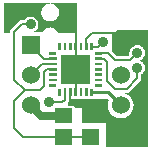
<source format=gbr>
G04 start of page 2 for group 0 idx 0 *
G04 Title: (unknown), component *
G04 Creator: pcb 20110918 *
G04 CreationDate: Thu 27 Mar 2014 04:48:04 PM GMT UTC *
G04 For: railfan *
G04 Format: Gerber/RS-274X *
G04 PCB-Dimensions: 50000 50000 *
G04 PCB-Coordinate-Origin: lower left *
%MOIN*%
%FSLAX25Y25*%
%LNTOP*%
%ADD21C,0.0390*%
%ADD20C,0.0380*%
%ADD19C,0.0200*%
%ADD18C,0.0360*%
%ADD17R,0.0512X0.0512*%
%ADD16R,0.0087X0.0087*%
%ADD15C,0.0600*%
%ADD14C,0.0100*%
%ADD13C,0.0250*%
%ADD12C,0.0080*%
%ADD11C,0.0001*%
G54D11*G36*
X22858Y17000D02*X34500D01*
Y14000D01*
X24745D01*
X24745Y14228D01*
X24715Y14350D01*
X24667Y14466D01*
X24601Y14574D01*
X24519Y14669D01*
X24424Y14751D01*
X24316Y14817D01*
X24200Y14865D01*
X24078Y14895D01*
X23952Y14902D01*
X22500Y14900D01*
Y16023D01*
X22593Y16131D01*
X22593Y16132D01*
X22708Y16319D01*
X22793Y16523D01*
X22844Y16737D01*
X22861Y16957D01*
X22858Y17000D01*
G37*
G36*
X27000Y9000D02*Y17000D01*
X35879D01*
X36088Y16791D01*
X35898Y16333D01*
X35740Y15675D01*
X35687Y15000D01*
X35740Y14325D01*
X35898Y13667D01*
X36157Y13042D01*
X36510Y12465D01*
X36950Y11950D01*
X37465Y11510D01*
X38042Y11157D01*
X38667Y10898D01*
X39325Y10740D01*
X40000Y10687D01*
X40675Y10740D01*
X41333Y10898D01*
X41958Y11157D01*
X42535Y11510D01*
X43050Y11950D01*
X43490Y12465D01*
X43843Y13042D01*
X44102Y13667D01*
X44260Y14325D01*
X44300Y15000D01*
X44260Y15675D01*
X44102Y16333D01*
X43843Y16958D01*
X43818Y17000D01*
X49000D01*
Y9000D01*
X27000D01*
G37*
G36*
X37000Y38000D02*X43000D01*
Y33224D01*
X42924Y32908D01*
X42892Y32500D01*
X42924Y32092D01*
X42960Y31940D01*
X42420Y31400D01*
X38580D01*
X37000Y32980D01*
Y38000D01*
G37*
G36*
X49000Y39000D02*Y9000D01*
X40000D01*
Y10687D01*
X40675Y10740D01*
X41333Y10898D01*
X41958Y11157D01*
X42535Y11510D01*
X43050Y11950D01*
X43490Y12465D01*
X43843Y13042D01*
X44102Y13667D01*
X44260Y14325D01*
X44300Y15000D01*
X44260Y15675D01*
X44102Y16333D01*
X43843Y16958D01*
X43490Y17535D01*
X43050Y18050D01*
X42535Y18490D01*
X41958Y18843D01*
X41338Y19100D01*
X41945D01*
X42000Y19096D01*
X42220Y19113D01*
X42434Y19164D01*
X42638Y19249D01*
X42825Y19364D01*
X42993Y19507D01*
X43029Y19549D01*
X46451Y22971D01*
X46493Y23007D01*
X46636Y23174D01*
X46636Y23175D01*
X46751Y23362D01*
X46836Y23566D01*
X46887Y23780D01*
X46904Y24000D01*
X46900Y24055D01*
Y25309D01*
X47033Y25390D01*
X47344Y25656D01*
X47610Y25967D01*
X47824Y26316D01*
X47980Y26694D01*
X48076Y27092D01*
X48100Y27500D01*
X48076Y27908D01*
X47980Y28306D01*
X47824Y28684D01*
X47610Y29033D01*
X47344Y29344D01*
X47033Y29610D01*
X46684Y29824D01*
X46306Y29980D01*
X46224Y30000D01*
X46306Y30020D01*
X46684Y30176D01*
X47033Y30390D01*
X47344Y30656D01*
X47610Y30967D01*
X47824Y31316D01*
X47980Y31694D01*
X48076Y32092D01*
X48100Y32500D01*
X48076Y32908D01*
X47980Y33306D01*
X47824Y33684D01*
X47610Y34033D01*
X47344Y34344D01*
X47033Y34610D01*
X46684Y34824D01*
X46306Y34980D01*
X45908Y35076D01*
X45500Y35108D01*
X45092Y35076D01*
X44694Y34980D01*
X44316Y34824D01*
X43967Y34610D01*
X43656Y34344D01*
X43390Y34033D01*
X43176Y33684D01*
X43020Y33306D01*
X42924Y32908D01*
X42892Y32500D01*
X42924Y32092D01*
X42960Y31940D01*
X42420Y31400D01*
X40000D01*
Y39000D01*
X49000D01*
G37*
G36*
Y15000D02*Y1000D01*
X35000D01*
Y15000D01*
X35687D01*
X35740Y14325D01*
X35898Y13667D01*
X36157Y13042D01*
X36510Y12465D01*
X36950Y11950D01*
X37465Y11510D01*
X38042Y11157D01*
X38667Y10898D01*
X39325Y10740D01*
X40000Y10687D01*
X40675Y10740D01*
X41333Y10898D01*
X41958Y11157D01*
X42535Y11510D01*
X43050Y11950D01*
X43490Y12465D01*
X43843Y13042D01*
X44102Y13667D01*
X44260Y14325D01*
X44300Y15000D01*
X49000D01*
G37*
G36*
Y40000D02*Y35000D01*
X46224D01*
X45908Y35076D01*
X45500Y35108D01*
X45092Y35076D01*
X44776Y35000D01*
X37000D01*
Y39086D01*
X37414Y39186D01*
X37843Y39363D01*
X38239Y39606D01*
X38592Y39908D01*
X38671Y40000D01*
X49000D01*
G37*
G36*
X16495Y49000D02*X25500D01*
Y39000D01*
X19279D01*
X19137Y39343D01*
X18894Y39739D01*
X18592Y40092D01*
X18239Y40394D01*
X17843Y40637D01*
X17414Y40814D01*
X16963Y40923D01*
X16500Y40959D01*
X16495Y40959D01*
Y43041D01*
X16500Y43041D01*
X16963Y43077D01*
X17414Y43186D01*
X17843Y43363D01*
X18239Y43606D01*
X18592Y43908D01*
X18894Y44261D01*
X19137Y44657D01*
X19314Y45086D01*
X19423Y45537D01*
X19450Y46000D01*
X19423Y46463D01*
X19314Y46914D01*
X19137Y47343D01*
X18894Y47739D01*
X18592Y48092D01*
X18239Y48394D01*
X17843Y48637D01*
X17414Y48814D01*
X16963Y48923D01*
X16500Y48959D01*
X16495Y48959D01*
Y49000D01*
G37*
G36*
X1000D02*X16495D01*
Y48959D01*
X16037Y48923D01*
X15586Y48814D01*
X15157Y48637D01*
X14761Y48394D01*
X14408Y48092D01*
X14106Y47739D01*
X13863Y47343D01*
X13686Y46914D01*
X13577Y46463D01*
X13541Y46000D01*
X13577Y45537D01*
X13686Y45086D01*
X13863Y44657D01*
X14106Y44261D01*
X14408Y43908D01*
X14761Y43606D01*
X15157Y43363D01*
X15586Y43186D01*
X16037Y43077D01*
X16495Y43041D01*
Y40959D01*
X16037Y40923D01*
X15586Y40814D01*
X15157Y40637D01*
X14761Y40394D01*
X14408Y40092D01*
X14106Y39739D01*
X13863Y39343D01*
X13826Y39253D01*
X13683Y39341D01*
X13465Y39431D01*
X13235Y39486D01*
X13000Y39500D01*
X10703Y39495D01*
X10806Y39520D01*
X11184Y39676D01*
X11533Y39890D01*
X11844Y40156D01*
X12110Y40467D01*
X12324Y40816D01*
X12480Y41194D01*
X12576Y41592D01*
X12600Y42000D01*
X12576Y42408D01*
X12480Y42806D01*
X12324Y43184D01*
X12110Y43533D01*
X11844Y43844D01*
X11533Y44110D01*
X11184Y44324D01*
X10806Y44480D01*
X10408Y44576D01*
X10000Y44608D01*
X9592Y44576D01*
X9194Y44480D01*
X8816Y44324D01*
X8467Y44110D01*
X8156Y43844D01*
X7890Y43533D01*
X7809Y43400D01*
X7055D01*
X7000Y43404D01*
X6780Y43387D01*
X6566Y43336D01*
X6362Y43251D01*
X6175Y43136D01*
X6174Y43136D01*
X6007Y42993D01*
X5971Y42951D01*
X3549Y40529D01*
X3507Y40493D01*
X3364Y40325D01*
X3249Y40138D01*
X3164Y39934D01*
X3113Y39720D01*
X3096Y39500D01*
X3100Y39445D01*
Y39000D01*
X1000D01*
Y49000D01*
G37*
G54D12*X10000Y42000D02*X7000D01*
X4500Y39500D01*
Y23500D01*
X8000Y20000D01*
X4500Y7500D02*X7500Y4500D01*
X4500Y16500D02*Y7500D01*
X8000Y20000D02*X4500Y16500D01*
X20500Y16000D02*X16000D01*
X21457Y16957D02*X20500Y16000D01*
X21457Y19421D02*Y16957D01*
X23228Y19421D02*Y16000D01*
X7500Y4500D02*X30000D01*
G54D13*X10000Y15000D02*X13457Y11543D01*
X21000D01*
G54D12*X13000Y20000D02*X8000D01*
X14500Y21500D02*X13000Y20000D01*
X14500Y26000D02*Y21500D01*
X15500Y27000D02*X14500Y26000D01*
X17422Y27000D02*X15500D01*
X17422Y30543D02*X14457D01*
X10000Y35000D01*
X17422Y28772D02*X13772D01*
X10000Y25000D01*
X25000Y19421D02*Y41000D01*
X28543Y34578D02*Y37043D01*
X30500Y39000D01*
X32500Y34500D02*X30315D01*
X30500Y39000D02*X40000D01*
X34000Y36000D02*X32500Y34500D01*
X32677Y32315D02*X35685D01*
X38000Y30000D01*
X32579Y30543D02*X34457D01*
X35500Y29500D01*
X38000Y30000D02*X43000D01*
X45500Y32500D01*
X35500Y29500D02*Y23000D01*
X42000Y20500D02*X45500Y24000D01*
Y27500D01*
X35500Y23000D02*X38000Y20500D01*
X42000D01*
G54D14*X30315Y19323D02*X35677D01*
X40000Y15000D01*
G54D15*Y35000D03*
Y25000D03*
Y15000D03*
G54D11*G36*
X7000Y38000D02*Y32000D01*
X13000D01*
Y38000D01*
X7000D01*
G37*
G54D15*X10000Y25000D03*
Y15000D03*
G54D16*X25000Y20268D02*Y18575D01*
X26772Y20268D02*Y18575D01*
X28543Y20268D02*Y18575D01*
X30315Y20071D02*Y18575D01*
X31929Y21685D02*X33425D01*
X31732Y23457D02*X33425D01*
G54D17*X20607Y11543D02*X21393D01*
G54D16*X19685Y20071D02*Y18575D01*
X21457Y20268D02*Y18575D01*
X23228Y20268D02*Y18575D01*
G54D17*X29607Y4457D02*X30393D01*
X29607Y11543D02*X30393D01*
X20607Y4457D02*X21393D01*
G54D16*X31732Y25228D02*X33425D01*
X31732Y27000D02*X33425D01*
X31732Y28772D02*X33425D01*
X31732Y30543D02*X33425D01*
G54D11*G36*
X21063Y30937D02*Y23063D01*
X28937D01*
Y30937D01*
X21063D01*
G37*
G36*
X20276Y31724D02*Y22276D01*
X29724D01*
Y31724D01*
X20276D01*
G37*
G54D16*X19685Y35425D02*Y33929D01*
X16575Y32315D02*X18071D01*
X16575Y30543D02*X18268D01*
X16575Y28772D02*X18268D01*
X16575Y27000D02*X18268D01*
X16575Y25228D02*X18268D01*
X16575Y23457D02*X18268D01*
X16575Y21685D02*X18071D01*
X31929Y32315D02*X33425D01*
X30315Y35425D02*Y33929D01*
X28543Y35425D02*Y33732D01*
X26772Y35425D02*Y33732D01*
X25000Y35425D02*Y33732D01*
X23228Y35425D02*Y33732D01*
X21457Y35425D02*Y33732D01*
G54D18*X10000Y42000D03*
X3500Y46500D03*
X7500D03*
X45500Y27500D03*
Y32500D03*
X34000Y36000D03*
X16000Y16000D03*
G54D19*G54D20*G54D21*G54D20*G54D21*M02*

</source>
